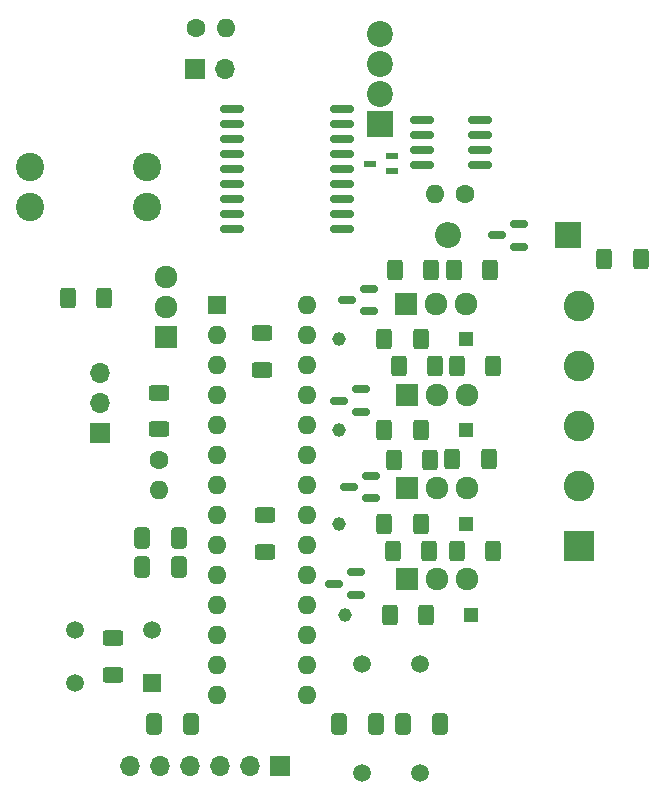
<source format=gbr>
%TF.GenerationSoftware,KiCad,Pcbnew,8.0.1-rc1*%
%TF.CreationDate,2024-06-16T18:47:49-07:00*%
%TF.ProjectId,AMS - CANBus - RGB - Nchannel,414d5320-2d20-4434-914e-427573202d20,rev?*%
%TF.SameCoordinates,Original*%
%TF.FileFunction,Soldermask,Bot*%
%TF.FilePolarity,Negative*%
%FSLAX46Y46*%
G04 Gerber Fmt 4.6, Leading zero omitted, Abs format (unit mm)*
G04 Created by KiCad (PCBNEW 8.0.1-rc1) date 2024-06-16 18:47:49*
%MOMM*%
%LPD*%
G01*
G04 APERTURE LIST*
G04 Aperture macros list*
%AMRoundRect*
0 Rectangle with rounded corners*
0 $1 Rounding radius*
0 $2 $3 $4 $5 $6 $7 $8 $9 X,Y pos of 4 corners*
0 Add a 4 corners polygon primitive as box body*
4,1,4,$2,$3,$4,$5,$6,$7,$8,$9,$2,$3,0*
0 Add four circle primitives for the rounded corners*
1,1,$1+$1,$2,$3*
1,1,$1+$1,$4,$5*
1,1,$1+$1,$6,$7*
1,1,$1+$1,$8,$9*
0 Add four rect primitives between the rounded corners*
20,1,$1+$1,$2,$3,$4,$5,0*
20,1,$1+$1,$4,$5,$6,$7,0*
20,1,$1+$1,$6,$7,$8,$9,0*
20,1,$1+$1,$8,$9,$2,$3,0*%
G04 Aperture macros list end*
%ADD10R,1.920000X1.920000*%
%ADD11C,1.920000*%
%ADD12C,1.600000*%
%ADD13O,1.600000X1.600000*%
%ADD14R,2.200000X2.200000*%
%ADD15O,2.200000X2.200000*%
%ADD16C,2.200000*%
%ADD17R,2.600000X2.600000*%
%ADD18C,2.600000*%
%ADD19R,1.700000X1.700000*%
%ADD20O,1.700000X1.700000*%
%ADD21C,2.400000*%
%ADD22R,1.150000X1.150000*%
%ADD23C,1.150000*%
%ADD24R,1.600000X1.600000*%
%ADD25C,1.500000*%
%ADD26R,1.500000X1.500000*%
%ADD27RoundRect,0.250000X0.400000X0.625000X-0.400000X0.625000X-0.400000X-0.625000X0.400000X-0.625000X0*%
%ADD28RoundRect,0.250000X-0.412500X-0.650000X0.412500X-0.650000X0.412500X0.650000X-0.412500X0.650000X0*%
%ADD29RoundRect,0.150000X0.825000X0.150000X-0.825000X0.150000X-0.825000X-0.150000X0.825000X-0.150000X0*%
%ADD30RoundRect,0.150000X0.587500X0.150000X-0.587500X0.150000X-0.587500X-0.150000X0.587500X-0.150000X0*%
%ADD31RoundRect,0.250000X-0.625000X0.400000X-0.625000X-0.400000X0.625000X-0.400000X0.625000X0.400000X0*%
%ADD32RoundRect,0.250000X0.412500X0.650000X-0.412500X0.650000X-0.412500X-0.650000X0.412500X-0.650000X0*%
%ADD33RoundRect,0.150000X0.875000X0.150000X-0.875000X0.150000X-0.875000X-0.150000X0.875000X-0.150000X0*%
%ADD34RoundRect,0.250000X0.625000X-0.400000X0.625000X0.400000X-0.625000X0.400000X-0.625000X-0.400000X0*%
%ADD35R,1.000000X0.550000*%
G04 APERTURE END LIST*
D10*
%TO.C,Q3*%
X157029900Y-104966800D03*
D11*
X159569900Y-104966800D03*
X162109900Y-104966800D03*
%TD*%
D10*
%TO.C,Q5*%
X157029900Y-97215700D03*
D11*
X159569900Y-97215700D03*
X162109900Y-97215700D03*
%TD*%
D12*
%TO.C,R7*%
X139116100Y-58260700D03*
D13*
X141656100Y-58260700D03*
%TD*%
D14*
%TO.C,D2*%
X170632200Y-75831200D03*
D15*
X160472200Y-75831200D03*
%TD*%
D14*
%TO.C,J1*%
X154748000Y-66384800D03*
D16*
X154748000Y-63844800D03*
X154748000Y-61304800D03*
X154748000Y-58764800D03*
%TD*%
D17*
%TO.C,J2*%
X171594600Y-102105600D03*
D18*
X171594600Y-97025600D03*
X171594600Y-91945600D03*
X171594600Y-86865600D03*
X171594600Y-81785600D03*
%TD*%
D12*
%TO.C,NTC1*%
X135965600Y-94809500D03*
D13*
X135965600Y-97349500D03*
%TD*%
D10*
%TO.C,Q7*%
X156961400Y-89326400D03*
D11*
X159501400Y-89326400D03*
X162041400Y-89326400D03*
%TD*%
D19*
%TO.C,J3*%
X146254600Y-120744200D03*
D20*
X143714600Y-120744200D03*
X141174600Y-120744200D03*
X138634600Y-120744200D03*
X136094600Y-120744200D03*
X133554600Y-120744200D03*
%TD*%
D21*
%TO.C,U5*%
X134999500Y-70018000D03*
X134999500Y-73418000D03*
X125079500Y-70018000D03*
X125079500Y-73418000D03*
%TD*%
D22*
%TO.C,Z1*%
X162430500Y-107964000D03*
D23*
X151730500Y-107964000D03*
%TD*%
D12*
%TO.C,R6*%
X161933600Y-72318900D03*
D13*
X159393600Y-72318900D03*
%TD*%
D10*
%TO.C,Q9*%
X156916800Y-81600400D03*
D11*
X159456800Y-81600400D03*
X161996800Y-81600400D03*
%TD*%
D19*
%TO.C,Powerboard1*%
X130976300Y-92602600D03*
D20*
X130976300Y-90062600D03*
X130976300Y-87522600D03*
%TD*%
D22*
%TO.C,Z2*%
X161977900Y-100269500D03*
D23*
X151277900Y-100269500D03*
%TD*%
D24*
%TO.C,U2*%
X140929500Y-81761800D03*
D13*
X140929500Y-84301800D03*
X140929500Y-86841800D03*
X140929500Y-89381800D03*
X140929500Y-91921800D03*
X140929500Y-94461800D03*
X140929500Y-97001800D03*
X140929500Y-99541800D03*
X140929500Y-102081800D03*
X140929500Y-104621800D03*
X140929500Y-107161800D03*
X140929500Y-109701800D03*
X140929500Y-112241800D03*
X140929500Y-114781800D03*
X148549500Y-114781800D03*
X148549500Y-112241800D03*
X148549500Y-109701800D03*
X148549500Y-107161800D03*
X148549500Y-104621800D03*
X148549500Y-102081800D03*
X148549500Y-99541800D03*
X148549500Y-97001800D03*
X148549500Y-94461800D03*
X148549500Y-91921800D03*
X148549500Y-89381800D03*
X148549500Y-86841800D03*
X148549500Y-84301800D03*
X148549500Y-81761800D03*
%TD*%
D19*
%TO.C,J5*%
X139049600Y-61738500D03*
D20*
X141589600Y-61738500D03*
%TD*%
D10*
%TO.C,Q1*%
X136586000Y-84423600D03*
D11*
X136586000Y-81883600D03*
X136586000Y-79343600D03*
%TD*%
D25*
%TO.C,Y2*%
X153203400Y-112099600D03*
X158083400Y-112099600D03*
%TD*%
D26*
%TO.C,Reset1*%
X135385300Y-113752500D03*
D25*
X128885300Y-113752500D03*
X135385300Y-109252500D03*
X128885300Y-109252500D03*
%TD*%
%TO.C,Y1*%
X153178500Y-121354000D03*
X158058500Y-121354000D03*
%TD*%
D22*
%TO.C,Z4*%
X161963000Y-84624300D03*
D23*
X151263000Y-84624300D03*
%TD*%
D22*
%TO.C,Z3*%
X161963000Y-92343800D03*
D23*
X151263000Y-92343800D03*
%TD*%
D27*
%TO.C,R20*%
X176769600Y-77837900D03*
X173669600Y-77837900D03*
%TD*%
%TO.C,R16*%
X159386300Y-86870400D03*
X156286300Y-86870400D03*
%TD*%
%TO.C,R12*%
X163917200Y-94778800D03*
X160817200Y-94778800D03*
%TD*%
%TO.C,R14*%
X158163000Y-92343800D03*
X155063000Y-92343800D03*
%TD*%
%TO.C,R19*%
X159068200Y-78796800D03*
X155968200Y-78796800D03*
%TD*%
D28*
%TO.C,C2*%
X151273200Y-117184300D03*
X154398200Y-117184300D03*
%TD*%
D29*
%TO.C,U4*%
X163203300Y-66068900D03*
X163203300Y-67338900D03*
X163203300Y-68608900D03*
X163203300Y-69878900D03*
X158253300Y-69878900D03*
X158253300Y-68608900D03*
X158253300Y-67338900D03*
X158253300Y-66068900D03*
%TD*%
D27*
%TO.C,R1*%
X131364300Y-81129300D03*
X128264300Y-81129300D03*
%TD*%
%TO.C,R18*%
X164047000Y-78759100D03*
X160947000Y-78759100D03*
%TD*%
D30*
%TO.C,Q6*%
X153141200Y-88862400D03*
X153141200Y-90762400D03*
X151266200Y-89812400D03*
%TD*%
D31*
%TO.C,R4*%
X132096400Y-109912300D03*
X132096400Y-113012300D03*
%TD*%
D30*
%TO.C,Q8*%
X153776600Y-80343300D03*
X153776600Y-82243300D03*
X151901600Y-81293300D03*
%TD*%
D32*
%TO.C,C4*%
X159775700Y-117159400D03*
X156650700Y-117159400D03*
%TD*%
D33*
%TO.C,U3*%
X151455100Y-65127000D03*
X151455100Y-66397000D03*
X151455100Y-67667000D03*
X151455100Y-68937000D03*
X151455100Y-70207000D03*
X151455100Y-71477000D03*
X151455100Y-72747000D03*
X151455100Y-74017000D03*
X151455100Y-75287000D03*
X142155100Y-75287000D03*
X142155100Y-74017000D03*
X142155100Y-72747000D03*
X142155100Y-71477000D03*
X142155100Y-70207000D03*
X142155100Y-68937000D03*
X142155100Y-67667000D03*
X142155100Y-66397000D03*
X142155100Y-65127000D03*
%TD*%
D34*
%TO.C,R5*%
X144703000Y-87196800D03*
X144703000Y-84096800D03*
%TD*%
D31*
%TO.C,R3*%
X135973000Y-89148700D03*
X135973000Y-92248700D03*
%TD*%
D27*
%TO.C,R15*%
X164314800Y-86895500D03*
X161214800Y-86895500D03*
%TD*%
D32*
%TO.C,C1*%
X138717100Y-117199700D03*
X135592100Y-117199700D03*
%TD*%
D31*
%TO.C,R2*%
X144995600Y-99509000D03*
X144995600Y-102609000D03*
%TD*%
D27*
%TO.C,R9*%
X164299100Y-102591300D03*
X161199100Y-102591300D03*
%TD*%
%TO.C,R8*%
X158630500Y-107964000D03*
X155530500Y-107964000D03*
%TD*%
%TO.C,R13*%
X158976100Y-94816600D03*
X155876100Y-94816600D03*
%TD*%
%TO.C,R10*%
X158890400Y-102591300D03*
X155790400Y-102591300D03*
%TD*%
%TO.C,R11*%
X158177900Y-100269500D03*
X155077900Y-100269500D03*
%TD*%
D30*
%TO.C,Q10*%
X166489700Y-74881200D03*
X166489700Y-76781200D03*
X164614700Y-75831200D03*
%TD*%
D32*
%TO.C,C7*%
X137705500Y-103901700D03*
X134580500Y-103901700D03*
%TD*%
D35*
%TO.C,D1*%
X155737000Y-69105000D03*
X155737000Y-70405000D03*
X153837000Y-69755000D03*
%TD*%
D32*
%TO.C,C6*%
X137701800Y-101431800D03*
X134576800Y-101431800D03*
%TD*%
D30*
%TO.C,Q2*%
X152695600Y-104373800D03*
X152695600Y-106273800D03*
X150820600Y-105323800D03*
%TD*%
%TO.C,Q4*%
X153976400Y-96165100D03*
X153976400Y-98065100D03*
X152101400Y-97115100D03*
%TD*%
D27*
%TO.C,R17*%
X158163000Y-84624300D03*
X155063000Y-84624300D03*
%TD*%
M02*

</source>
